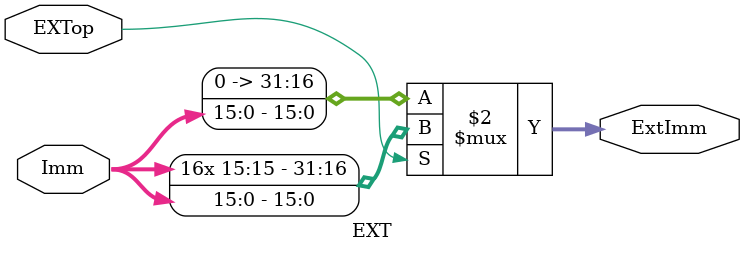
<source format=v>
`timescale 1ns / 1ps
`default_nettype none
module EXT(
    input wire EXTop,
    input wire[15:0] Imm,
    output wire[31:0] ExtImm
    );
	 
    assign ExtImm = (EXTop == 1'b1) ? {{16{Imm[15]}},Imm} : {{16{1'b0}},Imm};
endmodule
</source>
